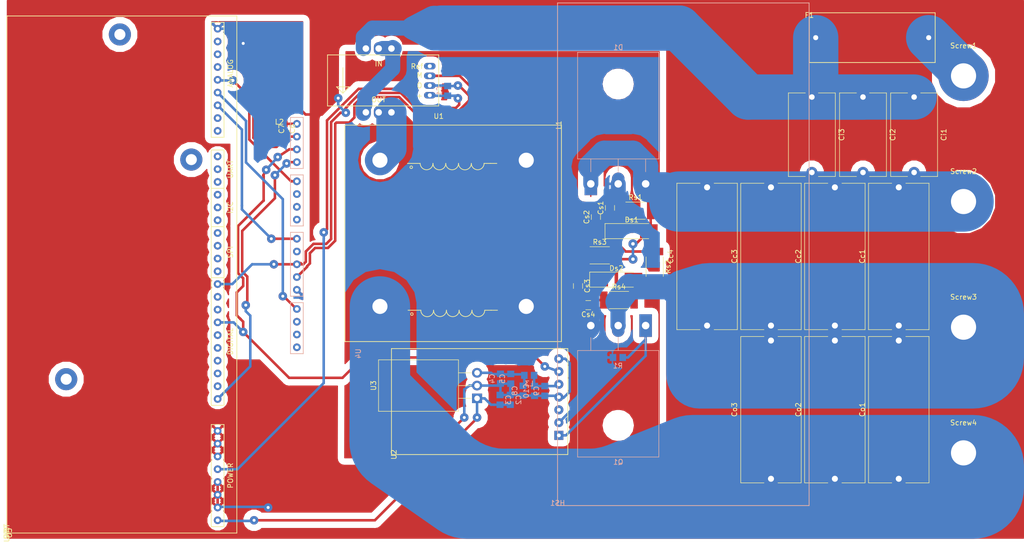
<source format=kicad_pcb>
(kicad_pcb (version 20171130) (host pcbnew "(5.0.0-rc2-dev-586-g888c43477)")
  (layers (0 F.Cu signal) (31 B.Cu signal) (34 B.Paste user) (35 F.Paste user) (36 B.SilkS user) (37 F.SilkS user) (38 B.Mask user) (39 F.Mask user) (44 Edge.Cuts user))
  (net 0 "")
  (net 1 "Net-(U1-Pad3)")
  (net 2 "Net-(U1-Pad10)")
  (net 3 Ipanel_SIG)
  (net 4 Ipanel_Ref)
  (net 5 +5V)
  (net 6 Vp-)
  (net 7 B-)
  (net 8 Vp+)
  (net 9 Source)
  (net 10 Gate)
  (net 11 +18V_OUT)
  (net 12 +12V)
  (net 13 B+)
  (net 14 BatOVInterrupt)
  (net 15 "Net-(U5-Pad10)")
  (net 16 "Net-(U5-Pad11)")
  (net 17 "Net-(U5-Pad12)")
  (net 18 "Net-(U5-Pad13)")
  (net 19 "Net-(U5-Pad14)")
  (net 20 PWM)
  (net 21 "Net-(U5-Pad16)")
  (net 22 "Net-(U5-Pad17)")
  (net 23 "Net-(U5-Pad19)")
  (net 24 "Net-(U5-Pad20)")
  (net 25 "Net-(U5-Pad21)")
  (net 26 "Net-(U5-Pad22)")
  (net 27 "Net-(U5-Pad23)")
  (net 28 "Net-(U5-Pad24)")
  (net 29 "Net-(U5-Pad25)")
  (net 30 "Net-(U5-Pad26)")
  (net 31 "Net-(U5-Pad27)")
  (net 32 "Net-(U5-Pad28)")
  (net 33 "Net-(U5-Pad29)")
  (net 34 "Net-(U5-Pad30)")
  (net 35 Ipanel)
  (net 36 Vpanel)
  (net 37 Vbat)
  (net 38 "Net-(U5-Pad34)")
  (net 39 "Net-(U5-Pad35)")
  (net 40 "Net-(U5-Pad36)")
  (net 41 GNDA)
  (net 42 +5VA)
  (net 43 "Net-(U2-Pad3)")
  (net 44 "Net-(Cs1-Pad1)")
  (net 45 "Net-(Cs2-Pad1)")
  (net 46 "Net-(Cs3-Pad1)")
  (net 47 "Net-(Cs4-Pad1)")
  (net 48 "Net-(C6-Pad1)")
  (net 49 "Net-(C10-Pad1)")
  (net 50 "Net-(L1-Pad1)")
  (net 51 /-P_unfused)
  (module Capacitor_SMD:C_1206_3216Metric_Pad1.39x1.80mm_HandSolder (layer F.Cu) (at 200.406 70.612 180)
    (fp_text reference Cs4 (at 0 -1.85 180) (layer F.SilkS))
    (fp_text value ??)
    (pad 2 smd rect (at 1.5175 0 180) (size 1.395 1.8) (layers F.Cu F.Paste F.Mask) (net 9 Source))
    (pad 1 smd rect (at -1.5175 0 180) (size 1.395 1.8) (layers F.Cu F.Paste F.Mask) (net 47 "Net-(Cs4-Pad1)"))
  )
  (module Capacitor_SMD:C_1206_3216Metric_Pad1.39x1.80mm_HandSolder (layer F.Cu) (at 198.374 66.802 270)
    (fp_text reference Cs3 (at 0 -1.85 270) (layer F.SilkS))
    (fp_text value ??)
    (pad 1 smd rect (at -1.5175 0 270) (size 1.395 1.8) (layers F.Cu F.Paste F.Mask) (net 46 "Net-(Cs3-Pad1)"))
    (pad 2 smd rect (at 1.5175 0 270) (size 1.395 1.8) (layers F.Cu F.Paste F.Mask) (net 9 Source))
  )
  (module Capacitor_SMD:C_1206_3216Metric_Pad1.39x1.80mm_HandSolder (layer F.Cu) (at 201.93 53.086 90)
    (fp_text reference Cs2 (at 0 -1.85 90) (layer F.SilkS))
    (fp_text value ??)
    (pad 2 smd rect (at 1.5175 0 90) (size 1.395 1.8) (layers F.Cu F.Paste F.Mask) (net 9 Source))
    (pad 1 smd rect (at -1.5175 0 90) (size 1.395 1.8) (layers F.Cu F.Paste F.Mask) (net 45 "Net-(Cs2-Pad1)"))
  )
  (module Capacitor_SMD:C_1206_3216Metric_Pad1.39x1.80mm_HandSolder (layer F.Cu) (at 204.724 51.2595 90)
    (fp_text reference Cs1 (at 0 -1.85 90) (layer F.SilkS))
    (fp_text value ??)
    (pad 1 smd rect (at -1.5175 0 90) (size 1.395 1.8) (layers F.Cu F.Paste F.Mask) (net 44 "Net-(Cs1-Pad1)"))
    (pad 2 smd rect (at 1.5175 0 90) (size 1.395 1.8) (layers F.Cu F.Paste F.Mask) (net 9 Source))
  )
  (module MCC:ZCS18 (layer F.Cu) (at 84.836 115.951 90)
    (fp_text reference U5 (at 0 0.5 90) (layer F.SilkS))
    (fp_text value ZCS)
    (fp_text user ANALOG (at 91.44 44.45 90) (layer F.SilkS))
    (fp_text user UART (at 72.39 44.45 90) (layer F.SilkS))
    (fp_text user UART (at 0 0 90) (layer F.SilkS))
    (fp_text user I2C (at 64.77 44.45 90) (layer F.SilkS))
    (fp_text user SPI (at 55.88 44.45 90) (layer F.SilkS))
    (fp_text user SPI (at 0 0 90) (layer F.SilkS))
    (fp_text user DIGITAL (at 38.1 44.45 90) (layer F.SilkS))
    (fp_text user POWER (at 11.43 44.45 90) (layer F.SilkS))
    (pad 40 thru_hole circle (at 30.608 11.811 90) (size 4.4 4.4) (drill 2.2) (layers *.Cu *.Mask))
    (pad 39 thru_hole circle (at 99.187 22.479 90) (size 4.4 4.4) (drill 2.2) (layers *.Cu *.Mask))
    (pad 38 thru_hole circle (at 74.295 36.679274 90) (size 4.4 4.4) (drill 2.2) (layers *.Cu *.Mask))
    (pad 37 thru_hole circle (at 100.33 41.91 90) (size 1.524 1.524) (drill 0.762) (layers *.Cu *.Mask) (net 41 GNDA))
    (pad 36 thru_hole circle (at 97.79 41.91 90) (size 1.524 1.524) (drill 0.762) (layers *.Cu *.Mask) (net 40 "Net-(U5-Pad36)"))
    (pad 35 thru_hole circle (at 95.25 41.91 90) (size 1.524 1.524) (drill 0.762) (layers *.Cu *.Mask) (net 39 "Net-(U5-Pad35)"))
    (pad 34 thru_hole circle (at 92.71 41.91 90) (size 1.524 1.524) (drill 0.762) (layers *.Cu *.Mask) (net 38 "Net-(U5-Pad34)"))
    (pad 33 thru_hole circle (at 90.17 41.91 90) (size 1.524 1.524) (drill 0.762) (layers *.Cu *.Mask) (net 37 Vbat))
    (pad 32 thru_hole circle (at 87.63 41.91 90) (size 1.524 1.524) (drill 0.762) (layers *.Cu *.Mask) (net 36 Vpanel))
    (pad 31 thru_hole circle (at 85.09 41.91 90) (size 1.524 1.524) (drill 0.762) (layers *.Cu *.Mask) (net 35 Ipanel))
    (pad 30 thru_hole circle (at 82.55 41.91 90) (size 1.524 1.524) (drill 0.762) (layers *.Cu *.Mask) (net 34 "Net-(U5-Pad30)"))
    (pad 29 thru_hole circle (at 80.01 41.91 90) (size 1.524 1.524) (drill 0.762) (layers *.Cu *.Mask) (net 33 "Net-(U5-Pad29)"))
    (pad 28 thru_hole circle (at 74.93 41.91 90) (size 1.524 1.524) (drill 0.762) (layers *.Cu *.Mask) (net 32 "Net-(U5-Pad28)"))
    (pad 27 thru_hole circle (at 72.39 41.91 90) (size 1.524 1.524) (drill 0.762) (layers *.Cu *.Mask) (net 31 "Net-(U5-Pad27)"))
    (pad 26 thru_hole circle (at 69.85 41.91 90) (size 1.524 1.524) (drill 0.762) (layers *.Cu *.Mask) (net 30 "Net-(U5-Pad26)"))
    (pad 25 thru_hole circle (at 67.31 41.91 90) (size 1.524 1.524) (drill 0.762) (layers *.Cu *.Mask) (net 29 "Net-(U5-Pad25)"))
    (pad 24 thru_hole circle (at 64.77 41.91 90) (size 1.524 1.524) (drill 0.762) (layers *.Cu *.Mask) (net 28 "Net-(U5-Pad24)"))
    (pad 23 thru_hole circle (at 62.23 41.91 90) (size 1.524 1.524) (drill 0.762) (layers *.Cu *.Mask) (net 27 "Net-(U5-Pad23)"))
    (pad 22 thru_hole circle (at 59.69 41.91 90) (size 1.524 1.524) (drill 0.762) (layers *.Cu *.Mask) (net 26 "Net-(U5-Pad22)"))
    (pad 21 thru_hole circle (at 57.15 41.91 90) (size 1.524 1.524) (drill 0.762) (layers *.Cu *.Mask) (net 25 "Net-(U5-Pad21)"))
    (pad 20 thru_hole circle (at 54.61 41.91 90) (size 1.524 1.524) (drill 0.762) (layers *.Cu *.Mask) (net 24 "Net-(U5-Pad20)"))
    (pad 19 thru_hole circle (at 52.07 41.91 90) (size 1.524 1.524) (drill 0.762) (layers *.Cu *.Mask) (net 23 "Net-(U5-Pad19)"))
    (pad 18 thru_hole circle (at 49.53 41.91 90) (size 1.524 1.524) (drill 0.762) (layers *.Cu *.Mask) (net 4 Ipanel_Ref))
    (pad 17 thru_hole circle (at 46.99 41.91 90) (size 1.524 1.524) (drill 0.762) (layers *.Cu *.Mask) (net 22 "Net-(U5-Pad17)"))
    (pad 16 thru_hole circle (at 44.45 41.91 90) (size 1.524 1.524) (drill 0.762) (layers *.Cu *.Mask) (net 21 "Net-(U5-Pad16)"))
    (pad 15 thru_hole circle (at 41.91 41.91 90) (size 1.524 1.524) (drill 0.762) (layers *.Cu *.Mask) (net 20 PWM))
    (pad 14 thru_hole circle (at 39.37 41.91 90) (size 1.524 1.524) (drill 0.762) (layers *.Cu *.Mask) (net 19 "Net-(U5-Pad14)"))
    (pad 13 thru_hole circle (at 36.83 41.91 90) (size 1.524 1.524) (drill 0.762) (layers *.Cu *.Mask) (net 18 "Net-(U5-Pad13)"))
    (pad 12 thru_hole circle (at 34.29 41.91 90) (size 1.524 1.524) (drill 0.762) (layers *.Cu *.Mask) (net 17 "Net-(U5-Pad12)"))
    (pad 11 thru_hole circle (at 31.75 41.91 90) (size 1.524 1.524) (drill 0.762) (layers *.Cu *.Mask) (net 16 "Net-(U5-Pad11)"))
    (pad 10 thru_hole circle (at 29.21 41.91 90) (size 1.524 1.524) (drill 0.762) (layers *.Cu *.Mask) (net 15 "Net-(U5-Pad10)"))
    (pad 9 thru_hole circle (at 26.67 41.91 90) (size 1.524 1.524) (drill 0.762) (layers *.Cu *.Mask) (net 14 BatOVInterrupt))
    (pad 8 thru_hole circle (at 20.32 41.91 90) (size 1.524 1.524) (drill 0.762) (layers *.Cu *.Mask) (net 4 Ipanel_Ref))
    (pad 7 thru_hole circle (at 17.78 41.91 90) (size 1.524 1.524) (drill 0.762) (layers *.Cu *.Mask) (net 4 Ipanel_Ref))
    (pad 6 thru_hole circle (at 15.24 41.91 90) (size 1.524 1.524) (drill 0.762) (layers *.Cu *.Mask) (net 4 Ipanel_Ref))
    (pad 5 thru_hole circle (at 12.7 41.91 90) (size 1.524 1.524) (drill 0.762) (layers *.Cu *.Mask) (net 5 +5V))
    (pad 4 thru_hole circle (at 10.16 41.91 90) (size 1.524 1.524) (drill 0.762) (layers *.Cu *.Mask) (net 4 Ipanel_Ref))
    (pad 3 thru_hole circle (at 7.62 41.91 90) (size 1.524 1.524) (drill 0.762) (layers *.Cu *.Mask) (net 4 Ipanel_Ref))
    (pad 2 thru_hole circle (at 5.08 41.91 90) (size 1.524 1.524) (drill 0.762) (layers *.Cu *.Mask) (net 4 Ipanel_Ref))
    (pad 1 thru_hole circle (at 2.54 41.91 90) (size 1.524 1.524) (drill 0.762) (layers *.Cu *.Mask) (net 11 +18V_OUT))
  )
  (module MCC:Signals (layer B.Cu) (at 155.194 80.264 90)
    (fp_text reference U4 (at 0 -0.5 90) (layer B.SilkS) (effects (justify mirror)))
    (fp_text value Signals_MCC)
    (pad 16 thru_hole circle (at 43.18 -12.7 90) (size 1.524 1.524) (drill 0.762) (layers *.Cu *.Mask) (net 41 GNDA))
    (pad 15 thru_hole circle (at 40.64 -12.7 90) (size 1.524 1.524) (drill 0.762) (layers *.Cu *.Mask) (net 20 PWM))
    (pad 14 thru_hole circle (at 38.1 -12.7 90) (size 1.524 1.524) (drill 0.762) (layers *.Cu *.Mask) (net 14 BatOVInterrupt))
    (pad 13 thru_hole circle (at 34.29 -12.7 90) (size 1.524 1.524) (drill 0.762) (layers *.Cu *.Mask) (net 37 Vbat))
    (pad 12 thru_hole circle (at 31.75 -12.7 90) (size 1.524 1.524) (drill 0.762) (layers *.Cu *.Mask) (net 41 GNDA))
    (pad 11 thru_hole circle (at 29.21 -12.7 90) (size 1.524 1.524) (drill 0.762) (layers *.Cu *.Mask) (net 7 B-))
    (pad 10 thru_hole circle (at 26.67 -12.7 90) (size 1.524 1.524) (drill 0.762) (layers *.Cu *.Mask) (net 13 B+))
    (pad 9 thru_hole circle (at 22.86 -12.7 90) (size 1.524 1.524) (drill 0.762) (layers *.Cu *.Mask) (net 35 Ipanel))
    (pad 8 thru_hole circle (at 20.32 -12.7 90) (size 1.524 1.524) (drill 0.762) (layers *.Cu *.Mask) (net 41 GNDA))
    (pad 7 thru_hole circle (at 17.78 -12.7 90) (size 1.524 1.524) (drill 0.762) (layers *.Cu *.Mask) (net 4 Ipanel_Ref))
    (pad 6 thru_hole circle (at 15.24 -12.7 90) (size 1.524 1.524) (drill 0.762) (layers *.Cu *.Mask) (net 3 Ipanel_SIG))
    (pad 5 thru_hole circle (at 12.7 -12.7 90) (size 1.524 1.524) (drill 0.762) (layers *.Cu *.Mask) (net 41 GNDA))
    (pad 4 thru_hole circle (at 8.89 -12.7 90) (size 1.524 1.524) (drill 0.762) (layers *.Cu *.Mask) (net 36 Vpanel))
    (pad 3 thru_hole circle (at 6.35 -12.7 90) (size 1.524 1.524) (drill 0.762) (layers *.Cu *.Mask) (net 41 GNDA))
    (pad 2 thru_hole circle (at 3.81 -12.7 90) (size 1.524 1.524) (drill 0.762) (layers *.Cu *.Mask) (net 8 Vp+))
    (pad 1 thru_hole circle (at 1.27 -12.7 90) (size 1.524 1.524) (drill 0.762) (layers *.Cu *.Mask) (net 6 Vp-))
    (pad 17 thru_hole circle (at 45.72 -12.7 90) (size 1.524 1.524) (drill 0.762) (layers *.Cu *.Mask) (net 48 "Net-(C6-Pad1)"))
  )
  (module MCCplaca:hs10425 (layer B.Cu) (at 194.31 110.49)
    (fp_text reference HS1 (at 0 -0.5) (layer B.SilkS) (effects (justify mirror)))
    (fp_text value Heatsink)
  )
  (module MCC:C_0805_2012Metric_Pad1.29x1.40mm_HandSolder (layer B.Cu) (at 182.95874 85.23732 270)
    (fp_text reference C4 (at 0 1.65 270) (layer B.SilkS) (effects (justify mirror)))
    (fp_text value 100nF)
    (pad 1 smd rect (at -0.9675 0 270) (size 1.295 1.4) (layers B.Cu B.Paste B.Mask) (net 12 +12V))
    (pad 2 smd rect (at 0.9675 0 270) (size 1.295 1.4) (layers B.Cu B.Paste B.Mask) (net 4 Ipanel_Ref))
  )
  (module Package_TO_SOT_THT:TO-220-3_Horizontal_TabDown (layer F.Cu) (at 178.308 89.154 90)
    (fp_text reference U3 (at 2.54 -20.58 90) (layer F.SilkS))
    (fp_text value LM7812_TO220)
    (pad 3 thru_hole oval (at 5.08 0 90) (size 1.905 2) (drill 1.1) (layers *.Cu *.Mask) (net 12 +12V))
    (pad 2 thru_hole oval (at 2.54 0 90) (size 1.905 2) (drill 1.1) (layers *.Cu *.Mask) (net 4 Ipanel_Ref))
    (pad 1 thru_hole rect (at 0 0 90) (size 1.905 2) (drill 1.1) (layers *.Cu *.Mask) (net 11 +18V_OUT))
    (pad "" smd oval (at 2.54 -16.66 90) (size 3.5 3.5) (layers F.Cu F.Paste F.Mask))
  )
  (module Package_TO_SOT_THT:TO-247-3_Horizontal_TabUp (layer B.Cu) (at 211.814 74.676 180)
    (fp_text reference Q1 (at 5.45 -27.15 180) (layer B.SilkS) (effects (justify mirror)))
    (fp_text value IRFP4321PbF)
    (pad "" np_thru_hole oval (at 5.45 -19.86 180) (size 3.6 3.6) (drill 3.6) (layers *.Cu *.Mask))
    (pad 1 thru_hole rect (at 0 0 180) (size 2.5 4.5) (drill 1.5) (layers *.Cu *.Mask) (net 10 Gate))
    (pad 2 thru_hole oval (at 5.45 0 180) (size 2.5 4.5) (drill 1.5) (layers *.Cu *.Mask) (net 7 B-))
    (pad 3 thru_hole oval (at 10.9 0 180) (size 2.5 4.5) (drill 1.5) (layers *.Cu *.Mask) (net 9 Source))
  )
  (module Capacitor_THT:C_Rect_L16.5mm_W9.2mm_P15.00mm_MKT (layer F.Cu) (at 255.016 29.21 270)
    (fp_text reference Ci2 (at 7.5 -5.91 270) (layer F.SilkS))
    (fp_text value 4.7uF)
    (pad 2 thru_hole circle (at 15 0 270) (size 2.2 2.2) (drill 1.1) (layers *.Cu *.Mask) (net 8 Vp+))
    (pad 1 thru_hole circle (at 0 0 270) (size 2.2 2.2) (drill 1.1) (layers *.Cu *.Mask) (net 6 Vp-))
  )
  (module Capacitor_THT:C_Rect_L16.5mm_W9.2mm_P15.00mm_MKT (layer F.Cu) (at 265.176 29.21 270)
    (fp_text reference Ci1 (at 7.5 -5.91 270) (layer F.SilkS))
    (fp_text value 4.7uF)
    (pad 2 thru_hole circle (at 15 0 270) (size 2.2 2.2) (drill 1.1) (layers *.Cu *.Mask) (net 8 Vp+))
    (pad 1 thru_hole circle (at 0 0 270) (size 2.2 2.2) (drill 1.1) (layers *.Cu *.Mask) (net 6 Vp-))
  )
  (module Capacitor_THT:C_Rect_L16.5mm_W9.2mm_P15.00mm_MKT (layer F.Cu) (at 244.856 29.21 270)
    (fp_text reference Ci3 (at 7.5 -5.91 270) (layer F.SilkS))
    (fp_text value 4.7uF)
    (pad 2 thru_hole circle (at 15 0 270) (size 2.2 2.2) (drill 1.1) (layers *.Cu *.Mask) (net 8 Vp+))
    (pad 1 thru_hole circle (at 0 0 270) (size 2.2 2.2) (drill 1.1) (layers *.Cu *.Mask) (net 6 Vp-))
  )
  (module Package_TO_SOT_THT:TO-247-3_Horizontal_TabUp (layer B.Cu) (at 200.914 46.482)
    (fp_text reference D1 (at 5.45 -27.15) (layer B.SilkS) (effects (justify mirror)))
    (fp_text value 80CPQ150PbF)
    (pad "" np_thru_hole oval (at 5.45 -19.86) (size 3.6 3.6) (drill 3.6) (layers *.Cu *.Mask))
    (pad 1 thru_hole rect (at 0 0) (size 2.5 4.5) (drill 1.5) (layers *.Cu *.Mask) (net 8 Vp+))
    (pad 2 thru_hole oval (at 5.45 0) (size 2.5 4.5) (drill 1.5) (layers *.Cu *.Mask) (net 9 Source))
    (pad 3 thru_hole oval (at 10.9 0) (size 2.5 4.5) (drill 1.5) (layers *.Cu *.Mask) (net 8 Vp+))
  )
  (module Diode_SMD:D_MELF_Handsoldering (layer F.Cu) (at 205.994 65.532)
    (fp_text reference Ds2 (at 0 -2.25) (layer F.SilkS))
    (fp_text value BYD77)
    (pad 2 smd rect (at 3.4 0) (size 3.5 2.7) (layers F.Cu F.Paste F.Mask) (net 7 B-))
    (pad 1 smd rect (at -3.4 0) (size 3.5 2.7) (layers F.Cu F.Paste F.Mask) (net 46 "Net-(Cs3-Pad1)"))
  )
  (module Diode_SMD:D_MELF_Handsoldering (layer F.Cu) (at 209.042 55.88)
    (fp_text reference Ds1 (at 0 -2.25) (layer F.SilkS))
    (fp_text value BYD77)
    (pad 2 smd rect (at 3.4 0) (size 3.5 2.7) (layers F.Cu F.Paste F.Mask) (net 8 Vp+))
    (pad 1 smd rect (at -3.4 0) (size 3.5 2.7) (layers F.Cu F.Paste F.Mask) (net 45 "Net-(Cs2-Pad1)"))
  )
  (module Inductor_SMD:L_0805_2012Metric_Pad1.29x1.40mm_HandSolder (layer B.Cu) (at 188.6735 84.582)
    (fp_text reference L3 (at 0 1.65) (layer B.SilkS) (effects (justify mirror)))
    (fp_text value L_Small)
    (pad 2 smd rect (at 0.9675 0) (size 1.295 1.4) (layers B.Cu B.Paste B.Mask) (net 49 "Net-(C10-Pad1)"))
    (pad 1 smd rect (at -0.9675 0) (size 1.295 1.4) (layers B.Cu B.Paste B.Mask) (net 12 +12V))
  )
  (module Inductor_SMD:L_0805_2012Metric_Pad1.29x1.40mm_HandSolder (layer F.Cu) (at 139.0165 32.512 180)
    (fp_text reference L2 (at 0 -1.65 180) (layer F.SilkS))
    (fp_text value L_Small)
    (pad 2 smd rect (at 0.9675 0 180) (size 1.295 1.4) (layers F.Cu F.Paste F.Mask) (net 42 +5VA))
    (pad 1 smd rect (at -0.9675 0 180) (size 1.295 1.4) (layers F.Cu F.Paste F.Mask) (net 48 "Net-(C6-Pad1)"))
  )
  (module Resistor_SMD:R_2512_6332Metric_Pad1.49x3.40mm_HandSolder (layer F.Cu) (at 206.502 69.596)
    (fp_text reference Rs4 (at 0 -2.65) (layer F.SilkS))
    (fp_text value ??)
    (pad 2 smd rect (at 3.0175 0) (size 1.495 3.4) (layers F.Cu F.Paste F.Mask) (net 7 B-))
    (pad 1 smd rect (at -3.0175 0) (size 1.495 3.4) (layers F.Cu F.Paste F.Mask) (net 47 "Net-(Cs4-Pad1)"))
  )
  (module Resistor_SMD:R_2512_6332Metric_Pad1.49x3.40mm_HandSolder (layer F.Cu) (at 202.692 60.706)
    (fp_text reference Rs3 (at 0 -2.65) (layer F.SilkS))
    (fp_text value ??)
    (pad 2 smd rect (at 3.0175 0) (size 1.495 3.4) (layers F.Cu F.Paste F.Mask) (net 8 Vp+))
    (pad 1 smd rect (at -3.0175 0) (size 1.495 3.4) (layers F.Cu F.Paste F.Mask) (net 46 "Net-(Cs3-Pad1)"))
  )
  (module Resistor_SMD:R_2512_6332Metric_Pad1.49x3.40mm_HandSolder (layer F.Cu) (at 213.614 62.9615 270)
    (fp_text reference Rs2 (at 0 -2.65 270) (layer F.SilkS))
    (fp_text value ??)
    (pad 2 smd rect (at 3.0175 0 270) (size 1.495 3.4) (layers F.Cu F.Paste F.Mask) (net 7 B-))
    (pad 1 smd rect (at -3.0175 0 270) (size 1.495 3.4) (layers F.Cu F.Paste F.Mask) (net 45 "Net-(Cs2-Pad1)"))
  )
  (module Resistor_SMD:R_2512_6332Metric_Pad1.49x3.40mm_HandSolder (layer F.Cu) (at 209.804 51.816)
    (fp_text reference Rs1 (at 0 -2.65) (layer F.SilkS))
    (fp_text value ??)
    (pad 2 smd rect (at 3.0175 0) (size 1.495 3.4) (layers F.Cu F.Paste F.Mask) (net 8 Vp+))
    (pad 1 smd rect (at -3.0175 0) (size 1.495 3.4) (layers F.Cu F.Paste F.Mask) (net 44 "Net-(Cs1-Pad1)"))
  )
  (module MCC:C_0805_2012Metric_Pad1.29x1.40mm_HandSolder (layer B.Cu) (at 184.99836 85.26272 270)
    (fp_text reference C5 (at 0 1.65 270) (layer B.SilkS) (effects (justify mirror)))
    (fp_text value 10uF)
    (pad 2 smd rect (at 0.9675 0 270) (size 1.295 1.4) (layers B.Cu B.Paste B.Mask) (net 4 Ipanel_Ref))
    (pad 1 smd rect (at -0.9675 0 270) (size 1.295 1.4) (layers B.Cu B.Paste B.Mask) (net 12 +12V))
  )
  (module MCC:C_0805_2012Metric_Pad1.29x1.40mm_HandSolder (layer B.Cu) (at 184.912 89.4565 90)
    (fp_text reference C2 (at 0 1.65 90) (layer B.SilkS) (effects (justify mirror)))
    (fp_text value 10uF)
    (pad 1 smd rect (at -0.9675 0 90) (size 1.295 1.4) (layers B.Cu B.Paste B.Mask) (net 11 +18V_OUT))
    (pad 2 smd rect (at 0.9675 0 90) (size 1.295 1.4) (layers B.Cu B.Paste B.Mask) (net 4 Ipanel_Ref))
  )
  (module MCC:C_0805_2012Metric_Pad1.29x1.40mm_HandSolder (layer B.Cu) (at 189.738 87.6785 270)
    (fp_text reference C10 (at 0 1.65 270) (layer B.SilkS) (effects (justify mirror)))
    (fp_text value 10uF)
    (pad 2 smd rect (at 0.9675 0 270) (size 1.295 1.4) (layers B.Cu B.Paste B.Mask) (net 4 Ipanel_Ref))
    (pad 1 smd rect (at -0.9675 0 270) (size 1.295 1.4) (layers B.Cu B.Paste B.Mask) (net 49 "Net-(C10-Pad1)"))
  )
  (module MCC:C_0805_2012Metric_Pad1.29x1.40mm_HandSolder (layer F.Cu) (at 139.954 35.5115 270)
    (fp_text reference C6 (at 0 -1.65 270) (layer F.SilkS))
    (fp_text value 100nF)
    (pad 1 smd rect (at -0.9675 0 270) (size 1.295 1.4) (layers F.Cu F.Paste F.Mask) (net 48 "Net-(C6-Pad1)"))
    (pad 2 smd rect (at 0.9675 0 270) (size 1.295 1.4) (layers F.Cu F.Paste F.Mask) (net 41 GNDA))
  )
  (module MCC:C_0805_2012Metric_Pad1.29x1.40mm_HandSolder (layer F.Cu) (at 137.795 35.5115 270)
    (fp_text reference C7 (at 0 -1.65 270) (layer F.SilkS))
    (fp_text value 100nF)
    (pad 2 smd rect (at 0.9675 0 270) (size 1.295 1.4) (layers F.Cu F.Paste F.Mask) (net 4 Ipanel_Ref))
    (pad 1 smd rect (at -0.9675 0 270) (size 1.295 1.4) (layers F.Cu F.Paste F.Mask) (net 42 +5VA))
  )
  (module MCC:C_0805_2012Metric_Pad1.29x1.40mm_HandSolder (layer B.Cu) (at 187.452 87.63 270)
    (fp_text reference C8 (at 0 1.65 270) (layer B.SilkS) (effects (justify mirror)))
    (fp_text value 100nF)
    (pad 1 smd rect (at -0.9675 0 270) (size 1.295 1.4) (layers B.Cu B.Paste B.Mask) (net 12 +12V))
    (pad 2 smd rect (at 0.9675 0 270) (size 1.295 1.4) (layers B.Cu B.Paste B.Mask) (net 4 Ipanel_Ref))
  )
  (module MCC:C_0805_2012Metric_Pad1.29x1.40mm_HandSolder (layer B.Cu) (at 191.77 87.6785 270)
    (fp_text reference C9 (at 0 1.65 270) (layer B.SilkS) (effects (justify mirror)))
    (fp_text value 100nF)
    (pad 2 smd rect (at 0.9675 0 270) (size 1.295 1.4) (layers B.Cu B.Paste B.Mask) (net 4 Ipanel_Ref))
    (pad 1 smd rect (at -0.9675 0 270) (size 1.295 1.4) (layers B.Cu B.Paste B.Mask) (net 49 "Net-(C10-Pad1)"))
  )
  (module MCC:C_0805_2012Metric_Pad1.29x1.40mm_HandSolder (layer B.Cu) (at 172.466 27.9885 270)
    (fp_text reference C1 (at 0 1.65 270) (layer B.SilkS) (effects (justify mirror)))
    (fp_text value 100nF)
    (pad 2 smd rect (at 0.9675 0 270) (size 1.295 1.4) (layers B.Cu B.Paste B.Mask) (net 5 +5V))
    (pad 1 smd rect (at -0.9675 0 270) (size 1.295 1.4) (layers B.Cu B.Paste B.Mask) (net 4 Ipanel_Ref))
  )
  (module MCC:C_0805_2012Metric_Pad1.29x1.40mm_HandSolder (layer B.Cu) (at 182.88 89.4565 90)
    (fp_text reference C3 (at 0 1.65 90) (layer B.SilkS) (effects (justify mirror)))
    (fp_text value 100nF)
    (pad 2 smd rect (at 0.9675 0 90) (size 1.295 1.4) (layers B.Cu B.Paste B.Mask) (net 4 Ipanel_Ref))
    (pad 1 smd rect (at -0.9675 0 90) (size 1.295 1.4) (layers B.Cu B.Paste B.Mask) (net 11 +18V_OUT))
  )
  (module MCC:C_Rect_L29.0mm_W11.9mm_P27.50mm_MKT (layer F.Cu) (at 249.428 105.156 90)
    (fp_text reference Co2 (at 13.75 -7.26 90) (layer F.SilkS))
    (fp_text value 4.7uF)
    (pad 2 thru_hole circle (at 27.5 0 90) (size 2.4 2.4) (drill 1.2) (layers *.Cu *.Mask) (net 7 B-))
    (pad 1 thru_hole circle (at 0 0 90) (size 2.4 2.4) (drill 1.2) (layers *.Cu *.Mask) (net 13 B+))
  )
  (module MCC:C_Rect_L29.0mm_W11.9mm_P27.50mm_MKT (layer F.Cu) (at 262.128 74.676 90)
    (fp_text reference Cc1 (at 13.75 -7.26 90) (layer F.SilkS))
    (fp_text value 6.8uF)
    (pad 1 thru_hole circle (at 0 0 90) (size 2.4 2.4) (drill 1.2) (layers *.Cu *.Mask) (net 7 B-))
    (pad 2 thru_hole circle (at 27.5 0 90) (size 2.4 2.4) (drill 1.2) (layers *.Cu *.Mask) (net 8 Vp+))
  )
  (module MCC:C_Rect_L29.0mm_W11.9mm_P27.50mm_MKT (layer F.Cu) (at 249.428 74.676 90)
    (fp_text reference Cc2 (at 13.75 -7.26 90) (layer F.SilkS))
    (fp_text value 6.8uF)
    (pad 2 thru_hole circle (at 27.5 0 90) (size 2.4 2.4) (drill 1.2) (layers *.Cu *.Mask) (net 8 Vp+))
    (pad 1 thru_hole circle (at 0 0 90) (size 2.4 2.4) (drill 1.2) (layers *.Cu *.Mask) (net 7 B-))
  )
  (module MCC:C_Rect_L29.0mm_W11.9mm_P27.50mm_MKT (layer F.Cu) (at 236.728 74.676 90)
    (fp_text reference Cc3 (at 13.75 -7.26 90) (layer F.SilkS))
    (fp_text value 6.8uF)
    (pad 1 thru_hole circle (at 0 0 90) (size 2.4 2.4) (drill 1.2) (layers *.Cu *.Mask) (net 7 B-))
    (pad 2 thru_hole circle (at 27.5 0 90) (size 2.4 2.4) (drill 1.2) (layers *.Cu *.Mask) (net 8 Vp+))
  )
  (module MCC:C_Rect_L29.0mm_W11.9mm_P27.50mm_MKT (layer F.Cu) (at 262.128 105.156 90)
    (fp_text reference Co1 (at 13.75 -7.26 90) (layer F.SilkS))
    (fp_text value 4.7uF)
    (pad 2 thru_hole circle (at 27.5 0 90) (size 2.4 2.4) (drill 1.2) (layers *.Cu *.Mask) (net 7 B-))
    (pad 1 thru_hole circle (at 0 0 90) (size 2.4 2.4) (drill 1.2) (layers *.Cu *.Mask) (net 13 B+))
  )
  (module MCC:C_Rect_L29.0mm_W11.9mm_P27.50mm_MKT (layer F.Cu) (at 224.028 74.676 90)
    (fp_text reference Cc4 (at 13.75 -7.26 90) (layer F.SilkS))
    (fp_text value 6.8uF)
    (pad 1 thru_hole circle (at 0 0 90) (size 2.4 2.4) (drill 1.2) (layers *.Cu *.Mask) (net 7 B-))
    (pad 2 thru_hole circle (at 27.5 0 90) (size 2.4 2.4) (drill 1.2) (layers *.Cu *.Mask) (net 8 Vp+))
  )
  (module MCC:C_Rect_L29.0mm_W11.9mm_P27.50mm_MKT (layer F.Cu) (at 236.728 105.156 90)
    (fp_text reference Co3 (at 13.75 -7.26 90) (layer F.SilkS))
    (fp_text value 4.7uF)
    (pad 2 thru_hole circle (at 27.5 0 90) (size 2.4 2.4) (drill 1.2) (layers *.Cu *.Mask) (net 7 B-))
    (pad 1 thru_hole circle (at 0 0 90) (size 2.4 2.4) (drill 1.2) (layers *.Cu *.Mask) (net 13 B+))
  )
  (module "MCC:Driver_(INEP)" (layer F.Cu) (at 161.29 100.33 90)
    (fp_text reference U2 (at 0 0.5 90) (layer F.SilkS))
    (fp_text value "DRIVER_(INEP)")
    (pad 2 thru_hole circle (at 6.35 33.274 270) (size 1.8 1.8) (drill 0.762) (layers *.Cu *.Mask) (net 9 Source))
    (pad 1 thru_hole rect (at 3.81 33.274 270) (size 1.8 1.8) (drill 0.762) (layers *.Cu *.Mask) (net 10 Gate))
    (pad 7 thru_hole circle (at 19.05 33.274 270) (size 1.8 1.8) (drill 0.762) (layers *.Cu *.Mask) (net 4 Ipanel_Ref))
    (pad 3 thru_hole circle (at 8.89 33.274 270) (size 1.8 1.8) (drill 0.762) (layers *.Cu *.Mask) (net 43 "Net-(U2-Pad3)"))
    (pad 4 thru_hole circle (at 11.43 33.274 270) (size 1.8 1.8) (drill 0.762) (layers *.Cu *.Mask) (net 4 Ipanel_Ref))
    (pad 6 thru_hole circle (at 16.51 33.274 270) (size 1.8 1.8) (drill 0.762) (layers *.Cu *.Mask) (net 20 PWM))
    (pad 5 thru_hole circle (at 13.97 33.274 270) (size 1.8 1.8) (drill 0.762) (layers *.Cu *.Mask) (net 49 "Net-(C10-Pad1)"))
  )
  (module MCC:LTSP_25-NP (layer F.Cu) (at 170.688 30.988 180)
    (fp_text reference U1 (at 0 -2.04 180) (layer F.SilkS))
    (fp_text value LTSP_25-NP)
    (fp_text user OUT (at 11.938 1.27 180) (layer F.SilkS))
    (fp_text user IN (at 11.938 8.382 180) (layer F.SilkS))
    (fp_text user Ref (at 4.318 7.874 180) (layer F.SilkS))
    (fp_text user M (at 3.81 6.096 180) (layer F.SilkS))
    (fp_text user O (at 3.81 4.064 180) (layer F.SilkS))
    (fp_text user + (at 3.81 2.032 180) (layer F.SilkS))
    (pad 5 thru_hole oval (at 11.938 11.43 180) (size 1.9 2.54) (drill 1.3) (layers *.Cu *.Mask) (net 1 "Net-(U1-Pad3)"))
    (pad 4 thru_hole oval (at 14.478 11.43 180) (size 1.9 2.54) (drill 1.3) (layers *.Cu *.Mask) (net 6 Vp-))
    (pad 6 thru_hole oval (at 9.398 11.43 180) (size 1.9 2.54) (drill 1.3) (layers *.Cu *.Mask) (net 1 "Net-(U1-Pad3)"))
    (pad 7 thru_hole oval (at 1.778 2.1336) (size 2.3 1.3) (drill 0.8) (layers *.Cu *.Mask) (net 5 +5V))
    (pad 8 thru_hole oval (at 1.778 4.064) (size 2.3 1.3) (drill 0.8) (layers *.Cu *.Mask) (net 4 Ipanel_Ref))
    (pad 9 thru_hole oval (at 1.778 5.9944) (size 2.3 1.3) (drill 0.8) (layers *.Cu *.Mask) (net 3 Ipanel_SIG))
    (pad 10 thru_hole oval (at 1.778 7.9248) (size 2.3 1.3) (drill 0.8) (layers *.Cu *.Mask) (net 2 "Net-(U1-Pad10)"))
    (pad 1 thru_hole oval (at 9.398 -1.27 180) (size 1.9 2.54) (drill 1.3) (layers *.Cu *.Mask) (net 50 "Net-(L1-Pad1)"))
    (pad 3 thru_hole oval (at 14.478 -1.27 180) (size 1.9 2.54) (drill 1.3) (layers *.Cu *.Mask) (net 1 "Net-(U1-Pad3)"))
    (pad 2 thru_hole oval (at 11.938 -1.27 180) (size 1.9 2.54) (drill 1.3) (layers *.Cu *.Mask) (net 50 "Net-(L1-Pad1)"))
  )
  (module MCC:MountingHole_5mm_Pad (layer F.Cu) (at 275 100)
    (fp_text reference Screw4 (at 0 -6) (layer F.SilkS))
    (fp_text value +B)
    (pad 1 thru_hole circle (at 0 0) (size 10 10) (drill 5) (layers *.Cu *.Mask) (net 13 B+))
  )
  (module MCC:MountingHole_5mm_Pad (layer F.Cu) (at 275 75)
    (fp_text reference Screw3 (at 0 -6) (layer F.SilkS))
    (fp_text value -B)
    (pad 1 thru_hole circle (at 0 0) (size 10 10) (drill 5) (layers *.Cu *.Mask) (net 7 B-))
  )
  (module MCC:MountingHole_5mm_Pad (layer F.Cu) (at 275 50)
    (fp_text reference Screw2 (at 0 -6) (layer F.SilkS))
    (fp_text value +P)
    (pad 1 thru_hole circle (at 0 0) (size 10 10) (drill 5) (layers *.Cu *.Mask) (net 8 Vp+))
  )
  (module MCC:MountingHole_5mm_Pad (layer F.Cu) (at 275 25)
    (fp_text reference Screw1 (at 0 -6) (layer F.SilkS))
    (fp_text value -P)
    (pad 1 thru_hole circle (at 0 0) (size 10 10) (drill 5) (layers *.Cu *.Mask) (net 51 /-P_unfused))
  )
  (module MCC:NEE-42-20-DE (layer F.Cu) (at 195.072 34.798 270)
    (fp_text reference L1 (at 0 0.5 270) (layer F.SilkS))
    (fp_text value 50uH/50uH)
    (pad 3 thru_hole circle (at 36.068 36.068 90) (size 5 5) (drill 3) (layers *.Cu *.Mask) (net 13 B+))
    (pad 1 thru_hole circle (at 6.985 36.068) (size 5 5) (drill 3) (layers *.Cu *.Mask) (net 50 "Net-(L1-Pad1)"))
    (pad 4 thru_hole circle (at 36.068 6.985 180) (size 5 5) (drill 3) (layers *.Cu *.Mask) (net 9 Source))
    (pad 2 thru_hole circle (at 6.985 6.985 270) (size 5 5) (drill 3) (layers *.Cu *.Mask) (net 9 Source))
  )
  (module MCC:Porta_Fusivel (layer F.Cu) (at 244.348 12.446)
    (fp_text reference F1 (at 0 0.5) (layer F.SilkS))
    (fp_text value Fuse)
    (pad 2 thru_hole circle (at 23.7236 4.953 180) (size 3 3) (drill 1) (layers *.Cu *.Mask) (net 51 /-P_unfused))
    (pad 1 thru_hole circle (at 1.27 4.953) (size 3 3) (drill 1) (layers *.Cu *.Mask) (net 6 Vp-))
  )
  (module MCC:R_0805_2012Metric_Pad1.29x1.40mm_HandSolder (layer B.Cu) (at 206.2965 81.026)
    (fp_text reference R1 (at 0 1.65) (layer B.SilkS) (effects (justify mirror)))
    (fp_text value 10k)
    (pad 2 smd rect (at 0.9675 0) (size 1.295 1.4) (layers B.Cu B.Paste B.Mask) (net 10 Gate))
    (pad 1 smd rect (at -0.9675 0) (size 1.295 1.4) (layers B.Cu B.Paste B.Mask) (net 9 Source))
  )
  (segment (start 211.814 49.044) (end 211.814 46.482) (width 0.25) (layer F.Cu) (net 8))
  (segment (start 200.914 46.482) (end 200.914 48.982) (width 0.25) (layer F.Cu) (net 8))
  (segment (start 275 24.3274) (end 268.0716 17.399) (width 9) (layer B.Cu) (net 51))
  (segment (start 275 25) (end 275 24.3274) (width 9) (layer B.Cu) (net 51))
  (segment (start 245.618 28.448) (end 244.856 29.21) (width 9) (layer B.Cu) (net 6))
  (segment (start 245.618 17.399) (end 245.618 28.448) (width 9) (layer B.Cu) (net 6))
  (segment (start 244.856 29.21) (end 265.176 29.21) (width 9) (layer B.Cu) (net 6))
  (segment (start 244.856 29.21) (end 255.016 29.21) (width 9) (layer B.Cu) (net 6))
  (segment (start 245.618 17.399) (end 244.094 16.256) (width 5) (layer B.Cu) (net 6))
  (segment (start 208.6102 66.87312) (end 206.3242 69.92112) (width 5) (layer B.Cu) (net 7))
  (segment (start 224.2312 74.5871) (end 216.6112 66.9671) (width 5) (layer B.Cu) (net 7))
  (segment (start 216.57818 66.95948) (end 208.57718 66.95948) (width 5) (layer B.Cu) (net 7))
  (segment (start 191.897 74.676) (end 188.087 70.866) (width 5) (layer B.Cu) (net 9))
  (segment (start 199.8345 74.68616) (end 190.8175 74.68616) (width 5) (layer B.Cu) (net 9))
  (segment (start 267.284 100) (end 262.128 105.156) (width 12) (layer B.Cu) (net 13))
  (segment (start 275 100) (end 267.284 100) (width 12) (layer B.Cu) (net 13))
  (segment (start 262.128 105.156) (end 249.428 105.156) (width 12) (layer B.Cu) (net 13))
  (segment (start 236.728 105.156) (end 249.428 105.156) (width 12) (layer B.Cu) (net 13))
  (segment (start 178.659 86.263) (end 178.308 86.614) (width 0.508) (layer B.Cu) (net 4))
  (segment (start 189.6895 88.5975) (end 189.738 88.646) (width 0.508) (layer B.Cu) (net 4))
  (segment (start 187.452 88.5975) (end 189.6895 88.5975) (width 0.508) (layer B.Cu) (net 4))
  (segment (start 189.738 88.646) (end 191.77 88.646) (width 0.508) (layer B.Cu) (net 4))
  (segment (start 194.31 88.646) (end 194.564 88.9) (width 0.508) (layer B.Cu) (net 4))
  (segment (start 191.77 88.646) (end 194.31 88.646) (width 0.508) (layer B.Cu) (net 4))
  (segment (start 196.73316 87.80018) (end 195.46062 89.07272) (width 0.508) (layer B.Cu) (net 4))
  (segment (start 196.73316 82.176368) (end 196.73316 87.80018) (width 0.508) (layer B.Cu) (net 4))
  (segment (start 194.564 81.28) (end 195.836792 81.28) (width 0.508) (layer B.Cu) (net 4))
  (segment (start 195.836792 81.28) (end 196.73316 82.176368) (width 0.508) (layer B.Cu) (net 4))
  (segment (start 182.54956 86.614) (end 182.95874 86.20482) (width 0.508) (layer B.Cu) (net 4))
  (segment (start 178.308 86.614) (end 182.54956 86.614) (width 0.508) (layer B.Cu) (net 4))
  (segment (start 182.98414 86.23022) (end 182.95874 86.20482) (width 0.508) (layer B.Cu) (net 4))
  (segment (start 184.99836 86.23022) (end 182.98414 86.23022) (width 0.508) (layer B.Cu) (net 4))
  (segment (start 182.95874 88.41026) (end 182.88 88.489) (width 0.508) (layer B.Cu) (net 4))
  (segment (start 182.95874 86.20482) (end 182.95874 88.41026) (width 0.508) (layer B.Cu) (net 4))
  (segment (start 182.88 88.489) (end 184.912 88.489) (width 0.508) (layer B.Cu) (net 4))
  (segment (start 184.912 86.31658) (end 184.99836 86.23022) (width 0.508) (layer B.Cu) (net 4))
  (segment (start 184.912 88.489) (end 184.912 86.31658) (width 0.508) (layer B.Cu) (net 4))
  (segment (start 187.3435 88.489) (end 187.452 88.5975) (width 0.508) (layer B.Cu) (net 4))
  (segment (start 184.912 88.489) (end 187.3435 88.489) (width 0.508) (layer B.Cu) (net 4))
  (segment (start 176.8 86.614) (end 178.308 86.614) (width 0.508) (layer B.Cu) (net 4))
  (segment (start 175.768 92.964) (end 175.768 92.964) (width 0.508) (layer B.Cu) (net 4))
  (segment (start 175.768 87.376) (end 176.8 86.614) (width 0.508) (layer B.Cu) (net 4))
  (segment (start 126.746 105.791) (end 126.746 110.871) (width 0.508) (layer F.Cu) (net 4))
  (segment (start 209.5195 65.6575) (end 209.394 65.532) (width 0.508) (layer F.Cu) (net 7))
  (segment (start 209.5195 69.596) (end 209.5195 65.6575) (width 0.508) (layer F.Cu) (net 7))
  (segment (start 213.167 65.532) (end 213.614 65.979) (width 0.508) (layer F.Cu) (net 7))
  (segment (start 209.394 65.532) (end 213.167 65.532) (width 0.508) (layer F.Cu) (net 7))
  (segment (start 200.914 43.053) (end 203.581 40.386) (width 5) (layer B.Cu) (net 8))
  (segment (start 203.581 40.386) (end 209.296 40.386) (width 5) (layer B.Cu) (net 8))
  (segment (start 211.814 42.904) (end 211.814 46.482) (width 5) (layer B.Cu) (net 8))
  (segment (start 209.296 40.386) (end 211.814 42.904) (width 5) (layer B.Cu) (net 8))
  (segment (start 200.914 46.482) (end 200.914 43.053) (width 3) (layer B.Cu) (net 8))
  (segment (start 212.8215 47.4895) (end 211.814 46.482) (width 0.508) (layer F.Cu) (net 8))
  (segment (start 212.8215 51.816) (end 212.8215 47.4895) (width 0.508) (layer F.Cu) (net 8))
  (segment (start 212.8215 55.5005) (end 212.442 55.88) (width 0.508) (layer F.Cu) (net 8))
  (segment (start 212.8215 51.816) (end 212.8215 55.5005) (width 0.508) (layer F.Cu) (net 8))
  (via (at 209.296 61.468) (size 1.8) (drill 0.7) (layers F.Cu B.Cu) (net 8))
  (segment (start 205.232 61.468) (end 209.296 61.468) (width 0.508) (layer F.Cu) (net 8))
  (via (at 209.296 58.42) (size 1.8) (drill 0.7) (layers F.Cu B.Cu) (net 8))
  (segment (start 209.296 61.468) (end 209.296 58.42) (width 0.508) (layer B.Cu) (net 8))
  (segment (start 209.902 58.42) (end 212.442 55.88) (width 0.508) (layer F.Cu) (net 8))
  (segment (start 209.296 58.42) (end 209.902 58.42) (width 0.508) (layer F.Cu) (net 8))
  (segment (start 205.92796 49.69764) (end 202.676602 52.948998) (width 5) (layer B.Cu) (net 9))
  (segment (start 195.34632 52.8066) (end 202.858495 52.8066) (width 5) (layer B.Cu) (net 9))
  (segment (start 188.087 45.318533) (end 195.600467 52.832) (width 5) (layer B.Cu) (net 9))
  (segment (start 188.087 41.783) (end 188.087 45.318533) (width 5) (layer B.Cu) (net 9))
  (segment (start 206.364 49.580642) (end 206.364 46.482) (width 3) (layer B.Cu) (net 9))
  (segment (start 188.087 41.783) (end 188.087 70.866) (width 9) (layer B.Cu) (net 9))
  (segment (start 194.564 93.98) (end 200.914 87.63) (width 0.508) (layer B.Cu) (net 9))
  (segment (start 200.914 77.19314) (end 200.914 74.676) (width 0.508) (layer B.Cu) (net 9))
  (segment (start 199.4385 73.2005) (end 199.4385 70.612) (width 0.508) (layer F.Cu) (net 9))
  (segment (start 200.914 74.676) (end 199.4385 73.2005) (width 0.508) (layer F.Cu) (net 9))
  (segment (start 199.39 70.5635) (end 199.4385 70.612) (width 0.508) (layer F.Cu) (net 9))
  (segment (start 204.724 48.122) (end 206.364 46.482) (width 0.508) (layer F.Cu) (net 9))
  (segment (start 204.724 50.292) (end 204.724 48.122) (width 0.508) (layer F.Cu) (net 9))
  (segment (start 203.2 50.292) (end 204.724 50.292) (width 0.508) (layer F.Cu) (net 9))
  (segment (start 202.438 52.1185) (end 202.438 51.054) (width 0.508) (layer F.Cu) (net 9))
  (segment (start 202.438 51.054) (end 203.2 50.292) (width 0.508) (layer F.Cu) (net 9))
  (segment (start 211.814 77.434) (end 211.814 74.676) (width 0.508) (layer B.Cu) (net 10))
  (segment (start 211.814 80.678) (end 211.814 77.434) (width 0.508) (layer B.Cu) (net 10))
  (segment (start 195.972 96.52) (end 211.814 80.678) (width 0.508) (layer B.Cu) (net 10))
  (segment (start 194.564 96.52) (end 195.972 96.52) (width 0.508) (layer B.Cu) (net 10))
  (segment (start 178.308 89.154) (end 178.308 92.964) (width 0.508) (layer B.Cu) (net 11))
  (segment (start 178.308 93.06814) (end 178.32324 93.08338) (width 0.508) (layer B.Cu) (net 11))
  (segment (start 178.32324 93.08338) (end 157.99562 113.411) (width 0.508) (layer F.Cu) (net 11))
  (segment (start 178.308 93.06814) (end 178.308 93.06814) (width 0.508) (layer B.Cu) (net 11))
  (segment (start 181.672 90.424) (end 182.88 90.424) (width 0.508) (layer B.Cu) (net 11))
  (segment (start 181.086 90.424) (end 181.672 90.424) (width 0.508) (layer B.Cu) (net 11))
  (segment (start 179.816 89.154) (end 181.086 90.424) (width 0.508) (layer B.Cu) (net 11))
  (segment (start 178.308 89.154) (end 179.816 89.154) (width 0.508) (layer B.Cu) (net 11))
  (segment (start 182.88 90.424) (end 184.912 90.424) (width 0.508) (layer B.Cu) (net 11))
  (segment (start 181.102 84.074) (end 181.356 84.328) (width 0.508) (layer B.Cu) (net 12))
  (segment (start 178.308 84.074) (end 181.102 84.074) (width 0.508) (layer B.Cu) (net 12))
  (segment (start 183.5935 84.328) (end 183.642 84.3765) (width 0.508) (layer B.Cu) (net 12))
  (segment (start 181.356 84.328) (end 183.5935 84.328) (width 0.508) (layer B.Cu) (net 12))
  (segment (start 187.5005 84.3765) (end 187.706 84.582) (width 0.508) (layer B.Cu) (net 12))
  (segment (start 183.642 84.3765) (end 187.5005 84.3765) (width 0.508) (layer B.Cu) (net 12))
  (segment (start 187.706 86.4085) (end 187.452 86.6625) (width 0.508) (layer B.Cu) (net 12))
  (segment (start 187.706 84.582) (end 187.706 86.4085) (width 0.508) (layer B.Cu) (net 12))
  (segment (start 159.004 86.995) (end 159.004 70.866) (width 12) (layer B.Cu) (net 13))
  (segment (start 177.165 105.156) (end 159.004 86.995) (width 12) (layer B.Cu) (net 13))
  (segment (start 139.954 36.479) (end 139.954 36.576) (width 0.508) (layer F.Cu) (net 41))
  (segment (start 140.462 37.084) (end 142.494 37.084) (width 0.508) (layer F.Cu) (net 41))
  (segment (start 139.954 36.576) (end 140.462 37.084) (width 0.508) (layer F.Cu) (net 41))
  (segment (start 138.049 34.29) (end 137.795 34.544) (width 0.508) (layer F.Cu) (net 42))
  (segment (start 138.049 32.512) (end 138.049 34.29) (width 0.508) (layer F.Cu) (net 42))
  (segment (start 206.3755 52.227) (end 206.7865 51.816) (width 0.508) (layer F.Cu) (net 44))
  (segment (start 204.724 52.227) (end 206.3755 52.227) (width 0.508) (layer F.Cu) (net 44))
  (segment (start 205.642 57.738) (end 205.642 55.88) (width 0.508) (layer F.Cu) (net 45))
  (segment (start 207.848 59.944) (end 205.642 57.738) (width 0.508) (layer F.Cu) (net 45))
  (segment (start 213.614 59.944) (end 207.848 59.944) (width 0.508) (layer F.Cu) (net 45))
  (segment (start 204.2645 55.88) (end 202.438 54.0535) (width 0.508) (layer F.Cu) (net 45))
  (segment (start 205.642 55.88) (end 204.2645 55.88) (width 0.508) (layer F.Cu) (net 45))
  (segment (start 199.39 61.661) (end 199.197 61.468) (width 0.508) (layer F.Cu) (net 46))
  (segment (start 201.481 66.645) (end 202.594 65.532) (width 0.508) (layer F.Cu) (net 46))
  (segment (start 202.3895 69.596) (end 201.3735 70.612) (width 0.508) (layer F.Cu) (net 47))
  (segment (start 203.4845 69.596) (end 202.3895 69.596) (width 0.508) (layer F.Cu) (net 47))
  (segment (start 139.954 34.544) (end 142.494 34.544) (width 0.508) (layer F.Cu) (net 48))
  (segment (start 139.954 32.542) (end 139.984 32.512) (width 0.508) (layer F.Cu) (net 48))
  (segment (start 139.954 34.544) (end 139.954 32.542) (width 0.508) (layer F.Cu) (net 48))
  (segment (start 189.641 86.614) (end 189.738 86.711) (width 0.508) (layer B.Cu) (net 49))
  (segment (start 189.641 84.582) (end 189.641 86.614) (width 0.508) (layer B.Cu) (net 49))
  (segment (start 189.738 86.711) (end 191.77 86.711) (width 0.508) (layer B.Cu) (net 49))
  (segment (start 194.213 86.711) (end 194.564 86.36) (width 0.508) (layer B.Cu) (net 49))
  (segment (start 191.77 86.711) (end 194.213 86.711) (width 0.508) (layer B.Cu) (net 49))
  (segment (start 161.29 39.497) (end 161.29 32.258) (width 6) (layer B.Cu) (net 50))
  (segment (start 159.004 41.783) (end 161.29 39.497) (width 6) (layer B.Cu) (net 50))
  (segment (start 155.702 30.988) (end 155.702 32.449079) (width 3) (layer B.Cu) (net 1))
  (segment (start 155.99519 29.12281) (end 155.99519 30.796921) (width 3) (layer B.Cu) (net 1))
  (segment (start 161.29 23.828) (end 155.99519 29.12281) (width 3) (layer B.Cu) (net 1))
  (segment (start 161.544 19.352) (end 161.544 23.622) (width 3) (layer B.Cu) (net 1))
  (segment (start 161.83719 19.558) (end 159.512 19.558) (width 3) (layer B.Cu) (net 1))
  (segment (start 144.526 62.992) (end 142.494 65.024) (width 0.508) (layer F.Cu) (net 3))
  (segment (start 144.526 62.871486) (end 144.526 62.992) (width 0.508) (layer F.Cu) (net 3))
  (segment (start 145.08481 62.312676) (end 144.526 62.871486) (width 0.508) (layer F.Cu) (net 3))
  (segment (start 145.08481 60.280676) (end 145.08481 62.312676) (width 0.508) (layer F.Cu) (net 3))
  (segment (start 166.624 33.02) (end 162.814 29.21) (width 0.508) (layer F.Cu) (net 3))
  (segment (start 174.752 33.02) (end 166.624 33.02) (width 0.508) (layer F.Cu) (net 3))
  (segment (start 153.924 30.725222) (end 153.924 33.274) (width 0.508) (layer F.Cu) (net 3))
  (segment (start 177.546 27.686) (end 177.546 30.226) (width 0.508) (layer F.Cu) (net 3))
  (segment (start 168.91 24.9936) (end 174.8536 24.9936) (width 0.508) (layer F.Cu) (net 3))
  (segment (start 152.908 34.29) (end 150.359222 34.29) (width 0.508) (layer F.Cu) (net 3))
  (segment (start 162.814 29.21) (end 155.439222 29.21) (width 0.508) (layer F.Cu) (net 3))
  (segment (start 146.132676 59.23281) (end 145.08481 60.280676) (width 0.508) (layer F.Cu) (net 3))
  (segment (start 155.439222 29.21) (end 153.924 30.725222) (width 0.508) (layer F.Cu) (net 3))
  (segment (start 174.8536 24.9936) (end 177.546 27.686) (width 0.508) (layer F.Cu) (net 3))
  (segment (start 153.924 33.274) (end 152.908 34.29) (width 0.508) (layer F.Cu) (net 3))
  (segment (start 150.359222 34.29) (end 150.114 34.535222) (width 0.508) (layer F.Cu) (net 3))
  (segment (start 150.114 34.535222) (end 150.114 57.791486) (width 0.508) (layer F.Cu) (net 3))
  (segment (start 177.546 30.226) (end 174.752 33.02) (width 0.508) (layer F.Cu) (net 3))
  (segment (start 150.114 57.791486) (end 148.672676 59.23281) (width 0.508) (layer F.Cu) (net 3))
  (segment (start 148.672676 59.23281) (end 146.132676 59.23281) (width 0.508) (layer F.Cu) (net 3))
  (segment (start 172.369 26.924) (end 172.466 27.021) (width 0.508) (layer B.Cu) (net 4))
  (segment (start 168.91 26.924) (end 172.369 26.924) (width 0.508) (layer B.Cu) (net 4))
  (segment (start 157.861 110.871) (end 157.988 110.744) (width 0.508) (layer F.Cu) (net 4))
  (segment (start 175.768 92.964) (end 157.988 110.744) (width 0.508) (layer F.Cu) (net 4))
  (segment (start 172.466 27.021) (end 174.147 27.021) (width 0.508) (layer B.Cu) (net 4))
  (segment (start 174.147 27.021) (end 174.482472 26.685528) (width 0.508) (layer B.Cu) (net 4))
  (segment (start 142.748 62.23) (end 142.494 62.484) (width 0.508) (layer F.Cu) (net 4))
  (segment (start 143.256 62.23) (end 142.748 62.23) (width 0.508) (layer F.Cu) (net 4))
  (segment (start 152.221364 32.333364) (end 152.221364 31.674636) (width 0.508) (layer F.Cu) (net 4))
  (segment (start 176.73319 28.936246) (end 174.482472 26.685528) (width 0.508) (layer F.Cu) (net 4))
  (segment (start 176.73319 29.889324) (end 176.73319 28.936246) (width 0.508) (layer F.Cu) (net 4))
  (segment (start 174.415324 32.20719) (end 176.73319 29.889324) (width 0.508) (layer F.Cu) (net 4))
  (segment (start 152.146 31.496) (end 153.221363 30.278373) (width 0.508) (layer F.Cu) (net 4))
  (segment (start 152.221364 32.333364) (end 152.146 31.496) (width 0.508) (layer F.Cu) (net 4))
  (segment (start 153.221363 30.278373) (end 155.102546 28.39719) (width 0.508) (layer F.Cu) (net 4))
  (segment (start 155.102546 28.39719) (end 163.150676 28.39719) (width 0.508) (layer F.Cu) (net 4))
  (segment (start 163.150676 28.39719) (end 166.960676 32.20719) (width 0.508) (layer F.Cu) (net 4))
  (segment (start 166.960676 32.20719) (end 174.415324 32.20719) (width 0.508) (layer F.Cu) (net 4))
  (segment (start 150.708483 30.820483) (end 152.221364 32.333364) (width 0.508) (layer B.Cu) (net 4))
  (segment (start 150.708483 29.43729) (end 150.708483 30.820483) (width 0.508) (layer B.Cu) (net 4))
  (segment (start 157.861 110.871) (end 136.779 110.871) (width 0.508) (layer F.Cu) (net 4))
  (segment (start 136.779 110.871) (end 136.652 110.744) (width 0.508) (layer F.Cu) (net 4))
  (segment (start 126.873 110.744) (end 126.746 110.871) (width 0.508) (layer B.Cu) (net 4))
  (segment (start 136.652 110.744) (end 126.873 110.744) (width 0.508) (layer B.Cu) (net 4))
  (segment (start 136.779 110.871) (end 136.779 110.871) (width 0.508) (layer F.Cu) (net 4))
  (via (at 136.779 110.871) (size 1.7) (drill 0.6) (layers F.Cu B.Cu) (net 4))
  (segment (start 175.768 92.964) (end 175.768 87.376) (width 0.508) (layer B.Cu) (net 4))
  (via (at 175.768 92.964) (size 1.7) (drill 0.6) (layers F.Cu B.Cu) (net 4))
  (segment (start 174.147 27.021) (end 174.147 27.021) (width 0.508) (layer B.Cu) (net 4))
  (via (at 174.498 26.924) (size 1.7) (drill 0.6) (layers F.Cu B.Cu) (net 4))
  (via (at 152.221364 32.333364) (size 1.7) (drill 0.6) (layers F.Cu B.Cu) (net 4))
  (segment (start 150.708483 29.43729) (end 150.708483 29.43729) (width 0.508) (layer F.Cu) (net 4))
  (via (at 150.708483 29.43729) (size 1.7) (drill 0.6) (layers F.Cu B.Cu) (net 4))
  (segment (start 143.764 62.484) (end 142.494 62.484) (width 0.508) (layer F.Cu) (net 4))
  (segment (start 144.272 59.944) (end 144.272 61.976) (width 0.508) (layer F.Cu) (net 4))
  (segment (start 151.166372 32.333364) (end 149.30119 34.198546) (width 0.508) (layer F.Cu) (net 4))
  (segment (start 152.221364 32.333364) (end 151.166372 32.333364) (width 0.508) (layer F.Cu) (net 4))
  (segment (start 149.30119 34.198546) (end 149.30119 57.45481) (width 0.508) (layer F.Cu) (net 4))
  (segment (start 149.30119 57.45481) (end 148.336 58.42) (width 0.508) (layer F.Cu) (net 4))
  (segment (start 148.336 58.42) (end 145.796 58.42) (width 0.508) (layer F.Cu) (net 4))
  (segment (start 144.272 61.976) (end 143.764 62.484) (width 0.508) (layer F.Cu) (net 4))
  (segment (start 145.796 58.42) (end 144.272 59.944) (width 0.508) (layer F.Cu) (net 4))
  (segment (start 147.659183 32.48659) (end 150.708483 29.43729) (width 0.508) (layer F.Cu) (net 4))
  (segment (start 144.21949 32.680817) (end 147.464956 32.680817) (width 0.508) (layer F.Cu) (net 4))
  (segment (start 147.464956 32.680817) (end 147.659183 32.48659) (width 0.508) (layer F.Cu) (net 4))
  (segment (start 137.795 36.479) (end 136.587 36.479) (width 0.508) (layer F.Cu) (net 4))
  (segment (start 136.144 36.036) (end 136.144 32.063658) (width 0.508) (layer F.Cu) (net 4))
  (segment (start 136.587 36.479) (end 136.144 36.036) (width 0.508) (layer F.Cu) (net 4))
  (segment (start 136.144 32.063658) (end 137.219658 30.988) (width 0.508) (layer F.Cu) (net 4))
  (segment (start 137.219658 30.988) (end 142.526673 30.988) (width 0.508) (layer F.Cu) (net 4))
  (segment (start 142.526673 30.988) (end 144.21949 32.680817) (width 0.508) (layer F.Cu) (net 4))
  (via (at 137.922 62.484) (size 1.7) (drill 0.6) (layers F.Cu B.Cu) (net 4))
  (segment (start 142.494 62.484) (end 137.922 62.484) (width 0.508) (layer F.Cu) (net 4))
  (segment (start 129.667 66.421) (end 126.746 66.421) (width 0.508) (layer B.Cu) (net 4))
  (segment (start 137.922 62.484) (end 133.604 62.484) (width 0.508) (layer B.Cu) (net 4))
  (segment (start 133.604 62.484) (end 129.667 66.421) (width 0.508) (layer B.Cu) (net 4))
  (segment (start 169.0116 28.956) (end 168.91 28.8544) (width 0.508) (layer B.Cu) (net 5))
  (segment (start 172.466 28.956) (end 169.0116 28.956) (width 0.508) (layer B.Cu) (net 5))
  (segment (start 172.466 28.956) (end 173.99 28.956) (width 0.508) (layer B.Cu) (net 5))
  (segment (start 173.99 28.956) (end 174.244 29.21) (width 0.508) (layer B.Cu) (net 5))
  (segment (start 147.84239 57.406792) (end 147.828 57.421182) (width 0.508) (layer B.Cu) (net 5))
  (segment (start 147.84239 56.134) (end 147.84239 57.406792) (width 0.508) (layer B.Cu) (net 5))
  (segment (start 147.828 57.421182) (end 147.828 86.106) (width 0.508) (layer B.Cu) (net 5))
  (segment (start 130.683 103.251) (end 126.746 103.251) (width 0.508) (layer B.Cu) (net 5))
  (segment (start 147.828 86.106) (end 130.683 103.251) (width 0.508) (layer B.Cu) (net 5))
  (segment (start 148.48838 33.86187) (end 148.48838 55.48801) (width 0.508) (layer F.Cu) (net 5))
  (segment (start 174.752 29.718) (end 174.752 30.721028) (width 0.508) (layer F.Cu) (net 5))
  (segment (start 154.76587 27.58438) (end 148.48838 33.86187) (width 0.508) (layer F.Cu) (net 5))
  (segment (start 174.244 29.21) (end 174.752 29.718) (width 0.508) (layer F.Cu) (net 5))
  (segment (start 174.752 30.721028) (end 174.078648 31.39438) (width 0.508) (layer F.Cu) (net 5))
  (segment (start 174.078648 31.39438) (end 167.297352 31.39438) (width 0.508) (layer F.Cu) (net 5))
  (segment (start 167.297352 31.39438) (end 163.487352 27.58438) (width 0.508) (layer F.Cu) (net 5))
  (segment (start 163.487352 27.58438) (end 154.76587 27.58438) (width 0.508) (layer F.Cu) (net 5))
  (via (at 147.84239 56.134) (size 1.7) (drill 0.6) (layers F.Cu B.Cu) (net 5))
  (segment (start 148.48838 55.48801) (end 147.84239 56.134) (width 0.508) (layer F.Cu) (net 5))
  (segment (start 173.99 28.956) (end 173.99 28.956) (width 0.508) (layer B.Cu) (net 5))
  (via (at 174.498 29.464) (size 1.7) (drill 0.6) (layers F.Cu B.Cu) (net 5))
  (segment (start 244.856 29.21) (end 232.156 29.21) (width 9) (layer B.Cu) (net 6))
  (segment (start 232.156 29.21) (end 218.44 15.494) (width 9) (layer B.Cu) (net 6))
  (segment (start 218.44 15.494) (end 171.196 15.494) (width 9) (layer B.Cu) (net 6))
  (segment (start 171.196 15.494) (end 157.734 15.494) (width 3) (layer B.Cu) (net 6))
  (segment (start 155.702 18.096921) (end 155.702 19.558) (width 3) (layer B.Cu) (net 6))
  (segment (start 155.702 17.23281) (end 155.702 18.096921) (width 3) (layer B.Cu) (net 6))
  (segment (start 157.48 15.494) (end 155.74119 17.23281) (width 3) (layer B.Cu) (net 6))
  (segment (start 156.21 19.558) (end 154.752 19.558) (width 0.508) (layer B.Cu) (net 6))
  (segment (start 265.176 29.21) (end 265.176 30.95801) (width 5) (layer B.Cu) (net 6))
  (segment (start 206.3242 74.6362) (end 206.364 74.676) (width 3) (layer B.Cu) (net 7))
  (segment (start 206.3242 69.92112) (end 206.3242 74.6362) (width 3) (layer B.Cu) (net 7))
  (segment (start 275 75) (end 224.6441 75) (width 12) (layer B.Cu) (net 7))
  (segment (start 275 50) (end 218.521969 50) (width 12) (layer B.Cu) (net 8))
  (segment (start 213.668809 47.176) (end 215.697969 47.176) (width 6) (layer B.Cu) (net 8))
  (segment (start 215.697969 47.176) (end 212.508 47.176) (width 6) (layer B.Cu) (net 8))
  (segment (start 200.914 74.676) (end 200.914 77.724) (width 0.508) (layer B.Cu) (net 9))
  (segment (start 200.914 77.724) (end 204.216 81.026) (width 0.508) (layer B.Cu) (net 9))
  (segment (start 204.216 81.026) (end 205.329 81.026) (width 0.508) (layer B.Cu) (net 9))
  (segment (start 199.634737 74.486397) (end 199.8345 74.68616) (width 6) (layer B.Cu) (net 9))
  (segment (start 199.634737 56.030358) (end 199.634737 74.486397) (width 6) (layer B.Cu) (net 9))
  (segment (start 202.858495 52.8066) (end 199.634737 56.030358) (width 6) (layer B.Cu) (net 9))
  (segment (start 200.914 83.82) (end 200.914 77.19314) (width 0.508) (layer B.Cu) (net 9))
  (segment (start 200.914 87.63) (end 200.914 83.82) (width 0.508) (layer B.Cu) (net 9))
  (segment (start 198.374 68.326) (end 199.39 69.342) (width 0.508) (layer F.Cu) (net 9))
  (segment (start 198.374 68.3195) (end 198.374 68.326) (width 0.508) (layer F.Cu) (net 9))
  (segment (start 199.39 69.342) (end 199.39 70.5635) (width 0.508) (layer F.Cu) (net 9))
  (segment (start 208.28 81.026) (end 207.264 81.026) (width 0.508) (layer B.Cu) (net 10))
  (segment (start 208.788 80.518) (end 208.28 81.026) (width 0.508) (layer B.Cu) (net 10))
  (segment (start 211.814 77.434) (end 210.762 78.486) (width 0.508) (layer B.Cu) (net 10))
  (segment (start 210.762 78.486) (end 208.788 80.518) (width 0.508) (layer B.Cu) (net 10))
  (segment (start 157.99562 113.411) (end 133.985 113.411) (width 0.508) (layer F.Cu) (net 11))
  (segment (start 133.985 113.411) (end 133.858 113.538) (width 0.508) (layer F.Cu) (net 11))
  (segment (start 126.873 113.538) (end 126.746 113.411) (width 0.508) (layer B.Cu) (net 11))
  (segment (start 133.858 113.538) (end 126.873 113.538) (width 0.508) (layer B.Cu) (net 11))
  (segment (start 133.985 113.411) (end 133.985 113.411) (width 0.508) (layer F.Cu) (net 11))
  (via (at 133.985 113.411) (size 1.7) (drill 0.6) (layers F.Cu B.Cu) (net 11))
  (segment (start 178.308 92.964) (end 178.308 93.06814) (width 0.508) (layer B.Cu) (net 11))
  (via (at 178.308 92.964) (size 1.7) (drill 0.6) (layers F.Cu B.Cu) (net 11))
  (segment (start 236.728 105.156) (end 177.165 105.156) (width 12) (layer B.Cu) (net 13))
  (via (at 140.462 42.418) (size 1.7) (drill 0.6) (layers F.Cu B.Cu) (net 14))
  (segment (start 142.494 42.164) (end 140.716 42.164) (width 0.508) (layer F.Cu) (net 14))
  (segment (start 140.716 42.164) (end 140.462 42.418) (width 0.508) (layer F.Cu) (net 14))
  (via (at 138.129084 44.750916) (size 1.7) (drill 0.6) (layers F.Cu B.Cu) (net 14))
  (segment (start 140.462 42.418) (end 138.129084 44.750916) (width 0.508) (layer B.Cu) (net 14))
  (segment (start 138.129084 49.348431) (end 131.62281 55.854705) (width 0.508) (layer F.Cu) (net 14))
  (segment (start 138.129084 44.750916) (end 138.129084 49.348431) (width 0.508) (layer F.Cu) (net 14))
  (segment (start 131.62281 63.925324) (end 132.63881 64.941324) (width 0.508) (layer F.Cu) (net 14))
  (segment (start 131.62281 55.854705) (end 131.62281 63.925324) (width 0.508) (layer F.Cu) (net 14))
  (via (at 132.334 70.612) (size 1.7) (drill 0.6) (layers F.Cu B.Cu) (net 14))
  (segment (start 132.63881 64.941324) (end 132.63881 70.30719) (width 0.508) (layer F.Cu) (net 14))
  (segment (start 132.63881 70.30719) (end 132.334 70.612) (width 0.508) (layer F.Cu) (net 14))
  (segment (start 127.507999 88.519001) (end 126.746 89.281) (width 0.508) (layer B.Cu) (net 14))
  (segment (start 133.234801 82.792199) (end 127.507999 88.519001) (width 0.508) (layer B.Cu) (net 14))
  (segment (start 133.234801 72.714882) (end 133.234801 82.792199) (width 0.508) (layer B.Cu) (net 14))
  (segment (start 132.334 71.814081) (end 133.234801 72.714882) (width 0.508) (layer B.Cu) (net 14))
  (segment (start 132.334 70.612) (end 132.334 71.814081) (width 0.508) (layer B.Cu) (net 14))
  (segment (start 194.564 83.82) (end 191.77 82.804) (width 0.508) (layer B.Cu) (net 20))
  (segment (start 126.619 74.041) (end 126.746 74.041) (width 0.508) (layer F.Cu) (net 20))
  (via (at 191.77 82.804) (size 1.7) (drill 0.6) (layers F.Cu B.Cu) (net 20))
  (segment (start 129.921 74.041) (end 126.746 74.041) (width 0.508) (layer B.Cu) (net 20))
  (via (at 131.826 75.946) (size 1.7) (drill 0.6) (layers F.Cu B.Cu) (net 20))
  (segment (start 131.826 75.946) (end 129.921 74.041) (width 0.508) (layer B.Cu) (net 20))
  (segment (start 140.954001 85.074001) (end 131.826 75.946) (width 0.508) (layer F.Cu) (net 20))
  (segment (start 151.563521 85.074001) (end 140.954001 85.074001) (width 0.508) (layer F.Cu) (net 20))
  (segment (start 155.611522 81.026) (end 151.563521 85.074001) (width 0.508) (layer F.Cu) (net 20))
  (segment (start 191.77 82.804) (end 189.992 81.026) (width 0.508) (layer F.Cu) (net 20))
  (segment (start 189.992 81.026) (end 155.611522 81.026) (width 0.508) (layer F.Cu) (net 20))
  (segment (start 140.97 39.624) (end 142.494 39.624) (width 0.508) (layer F.Cu) (net 20))
  (via (at 138.684 41.148) (size 1.7) (drill 0.6) (layers F.Cu B.Cu) (net 20))
  (segment (start 138.684 41.148) (end 140.97 39.624) (width 0.508) (layer F.Cu) (net 20))
  (segment (start 138.684 41.148) (end 136.398 43.688) (width 0.508) (layer B.Cu) (net 20))
  (segment (start 130.81 64.262) (end 131.826 65.278) (width 0.508) (layer F.Cu) (net 20))
  (segment (start 136.398 43.688) (end 135.802001 44.791999) (width 0.508) (layer F.Cu) (net 20))
  (segment (start 135.802001 44.791999) (end 135.89 44.879998) (width 0.508) (layer F.Cu) (net 20))
  (segment (start 135.89 44.958) (end 135.89 49.862002) (width 0.508) (layer F.Cu) (net 20))
  (segment (start 135.89 49.784) (end 130.81 54.864) (width 0.508) (layer F.Cu) (net 20))
  (segment (start 130.81 54.864) (end 130.81 64.262) (width 0.508) (layer F.Cu) (net 20))
  (via (at 136.398 43.688) (size 1.7) (drill 0.6) (layers F.Cu B.Cu) (net 20))
  (segment (start 131.826 73.914) (end 131.826 75.946) (width 0.508) (layer F.Cu) (net 20))
  (segment (start 131.826 65.278) (end 131.826 66.802) (width 0.508) (layer F.Cu) (net 20))
  (segment (start 131.826 66.802) (end 130.556 68.072) (width 0.508) (layer F.Cu) (net 20))
  (segment (start 130.556 72.644) (end 131.318 73.406) (width 0.508) (layer F.Cu) (net 20))
  (segment (start 130.556 68.072) (end 130.556 72.644) (width 0.508) (layer F.Cu) (net 20))
  (segment (start 131.064 73.152) (end 131.318 73.406) (width 0.508) (layer F.Cu) (net 20))
  (segment (start 131.318 73.406) (end 131.826 73.914) (width 0.508) (layer F.Cu) (net 20))
  (segment (start 142.494 57.404) (end 139.954 57.404) (width 0.508) (layer F.Cu) (net 35))
  (segment (start 131.572 35.687) (end 126.746 30.861) (width 0.508) (layer B.Cu) (net 35))
  (segment (start 131.572 51.562) (end 131.572 50.8) (width 0.508) (layer B.Cu) (net 35))
  (segment (start 137.414 57.404) (end 131.572 51.562) (width 0.508) (layer B.Cu) (net 35))
  (segment (start 131.572 50.8) (end 131.572 35.687) (width 0.508) (layer B.Cu) (net 35))
  (via (at 137.414 57.404) (size 1.7) (drill 0.6) (layers F.Cu B.Cu) (net 35))
  (segment (start 139.954 57.404) (end 137.414 57.404) (width 0.508) (layer F.Cu) (net 35))
  (segment (start 142.494 71.374) (end 142.40399 71.374) (width 0.508) (layer F.Cu) (net 36))
  (segment (start 142.40399 71.374) (end 140.11799 69.088) (width 0.508) (layer F.Cu) (net 36))
  (via (at 139.7 68.834) (size 1.7) (drill 0.6) (layers F.Cu B.Cu) (net 36))
  (segment (start 127.507999 29.082999) (end 126.746 28.321) (width 0.508) (layer B.Cu) (net 36))
  (segment (start 132.38481 33.95981) (end 127.507999 29.082999) (width 0.508) (layer B.Cu) (net 36))
  (segment (start 132.38481 42.21481) (end 132.38481 33.95981) (width 0.508) (layer B.Cu) (net 36))
  (segment (start 139.7 68.834) (end 139.7 49.53) (width 0.508) (layer B.Cu) (net 36))
  (segment (start 139.7 49.53) (end 132.38481 42.21481) (width 0.508) (layer B.Cu) (net 36))
  (segment (start 141.344514 45.974) (end 133.04519 37.674676) (width 0.508) (layer F.Cu) (net 37))
  (segment (start 142.494 45.974) (end 141.344514 45.974) (width 0.508) (layer F.Cu) (net 37))
  (segment (start 133.04519 37.674676) (end 133.04519 29.15919) (width 0.508) (layer F.Cu) (net 37))
  (segment (start 133.04519 29.15919) (end 129.794 25.908) (width 0.508) (layer F.Cu) (net 37))
  (segment (start 126.873 25.908) (end 126.746 25.781) (width 0.508) (layer B.Cu) (net 37))
  (segment (start 129.794 25.908) (end 126.873 25.908) (width 0.508) (layer B.Cu) (net 37))
  (segment (start 129.794 25.908) (end 129.794 25.908) (width 0.508) (layer F.Cu) (net 37))
  (via (at 129.794 25.908) (size 1.7) (drill 0.6) (layers F.Cu B.Cu) (net 37))
  (segment (start 133.858 22.733) (end 133.858 37.338) (width 0.508) (layer F.Cu) (net 41))
  (segment (start 133.858 37.338) (end 135.636 39.116) (width 0.508) (layer F.Cu) (net 41))
  (segment (start 139.954 37.6345) (end 139.954 36.479) (width 0.508) (layer F.Cu) (net 41))
  (segment (start 138.4725 39.116) (end 139.954 37.6345) (width 0.508) (layer F.Cu) (net 41))
  (segment (start 138.176 39.116) (end 138.4725 39.116) (width 0.508) (layer F.Cu) (net 41))
  (segment (start 135.636 39.116) (end 138.176 39.116) (width 0.508) (layer F.Cu) (net 41))
  (segment (start 133.858 22.733) (end 133.858 20.574) (width 0.508) (layer F.Cu) (net 41))
  (segment (start 133.858 20.574) (end 131.826 18.542) (width 0.508) (layer F.Cu) (net 41))
  (segment (start 128.905 15.621) (end 126.746 15.621) (width 0.508) (layer B.Cu) (net 41))
  (segment (start 131.826 18.542) (end 128.905 15.621) (width 0.508) (layer B.Cu) (net 41))
  (segment (start 131.826 18.542) (end 131.826 18.542) (width 0.508) (layer F.Cu) (net 41))
  (via (at 131.826 18.542) (size 1.7) (drill 0.6) (layers F.Cu B.Cu) (net 41))
  (segment (start 199.39 60.9905) (end 199.6745 60.706) (width 0.508) (layer F.Cu) (net 46))
  (segment (start 199.6745 62.914) (end 199.6745 60.706) (width 0.508) (layer F.Cu) (net 46))
  (segment (start 199.6745 64.8705) (end 199.6745 62.914) (width 0.508) (layer F.Cu) (net 46))
  (segment (start 200.336 65.532) (end 199.6745 64.8705) (width 0.508) (layer F.Cu) (net 46))
  (segment (start 202.594 65.532) (end 200.336 65.532) (width 0.508) (layer F.Cu) (net 46))
  (segment (start 202.3465 65.2845) (end 202.594 65.532) (width 0.508) (layer F.Cu) (net 46))
  (segment (start 198.374 65.2845) (end 202.3465 65.2845) (width 0.508) (layer F.Cu) (net 46))
  (segment (start 142.494 34.544) (end 142.494 34.544) (width 0.508) (layer F.Cu) (net 48))
  (segment (start 142.494 34.544) (end 142.494 34.544) (width 0.508) (layer F.Cu) (net 48))
  (zone (net 41) (net_name GNDA) (layer B.Cu) (priority 1) (connect_pads (clearance 1.27)) (min_thickness 0.254) (fill yes (arc_segments 16) (thermal_gap 0.508) (thermal_bridge_width 0.508))
    (polygon (pts (xy 125.476 14.224) (xy 125.476 37.338) (xy 128.016 37.338) (xy 130.556 37.338) (xy 130.556 79.756) (xy 130.556 80.264) (xy 143.764 80.264) (xy 143.764 33.274) (xy 143.764 14.224)))
  )
  (zone (net 41) (net_name GNDA) (layer F.Cu) (priority 1) (connect_pads (clearance 1.27)) (min_thickness 0.254) (fill yes (arc_segments 16) (thermal_gap 0.508) (thermal_bridge_width 0.508))
    (polygon (pts (xy 125.476 14.097) (xy 125.476 37.211) (xy 128.016 37.211) (xy 130.556 37.211) (xy 130.556 79.629) (xy 130.556 80.137) (xy 143.764 80.137) (xy 143.764 33.147) (xy 143.764 14.097)))
  )
  (zone (net 4) (net_name Ipanel_Ref) (layer F.Cu) (connect_pads (clearance 1.27)) (min_thickness 0.254) (fill yes (arc_segments 16) (thermal_gap 0.508) (thermal_bridge_width 0.508))
    (polygon (pts (xy 84.836 9.906) (xy 287.02 9.906) (xy 287.02 117.094) (xy 84.836 117.094) (xy 84.836 116.586)))
  )
  (zone (net 9) (net_name Source) (layer B.Cu) (priority 1) (connect_pads (clearance 1.27)) (min_thickness 0.254) (fill yes (arc_segments 16) (thermal_gap 0.508) (thermal_bridge_width 0.508))
    (polygon (pts (xy 214.63 20.066) (xy 214.63 101.092) (xy 154.432 101.092) (xy 152.4 101.092) (xy 151.892 101.092) (xy 152.146 20.066)))
  )
  (zone (net 0) (net_name "") (layer F.Cu) (priority 1) (connect_pads (clearance 1.27)) (min_thickness 0.254) (fill yes (arc_segments 16) (thermal_gap 0.508) (thermal_bridge_width 0.508))
    (polygon (pts (xy 214.63 20.066) (xy 214.63 101.092) (xy 154.432 101.092) (xy 152.4 101.092) (xy 151.892 101.092) (xy 152.146 20.066)))
  )
  (zone (net 6) (net_name Vp-) (layer B.Cu) (priority 2) (connect_pads (clearance 1.27)) (min_thickness 0.254) (fill yes (arc_segments 16) (thermal_gap 0.508) (thermal_bridge_width 0.508) (smoothing fillet) (radius 2.54))
    (polygon (pts (xy 172.085 19.939) (xy 169.037 19.939) (xy 163.195 16.891) (xy 163.195 14.097) (xy 169.037 11.049) (xy 171.196 11.049)))
  )
  (zone (net 13) (net_name B+) (layer B.Cu) (priority 2) (connect_pads (clearance 1.27)) (min_thickness 0.254) (fill yes (arc_segments 16) (thermal_gap 0.508) (thermal_bridge_width 0.508) (smoothing fillet) (radius 10.16))
    (polygon (pts (xy 153.035 73.152) (xy 152.908 102.997) (xy 173.101 117.094) (xy 287.02 117.094) (xy 287.02 92.456) (xy 219.202 92.456) (xy 202.438 99.187) (xy 179.705 99.187)))
  )
  (zone (net 7) (net_name B-) (layer B.Cu) (priority 2) (connect_pads yes (clearance 1.27)) (min_thickness 0.508) (fill yes (arc_segments 16) (thermal_gap 0.508) (thermal_bridge_width 0.508) (smoothing fillet) (radius 10.16))
    (polygon (pts (xy 287.02 91.186) (xy 219.71 91.186) (xy 215.9 87.122) (xy 215.9 69.596) (xy 215.646 69.342) (xy 215.646 64.516) (xy 223.012 62.23) (xy 287.02 62.23)))
  )
)
</source>
